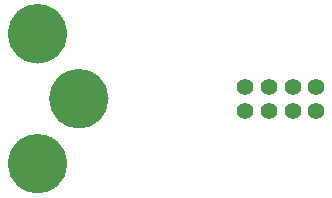
<source format=gbr>
%TF.GenerationSoftware,KiCad,Pcbnew,8.0.3*%
%TF.CreationDate,2024-07-01T09:22:30+07:00*%
%TF.ProjectId,WeatherStation,57656174-6865-4725-9374-6174696f6e2e,rev?*%
%TF.SameCoordinates,Original*%
%TF.FileFunction,Soldermask,Bot*%
%TF.FilePolarity,Negative*%
%FSLAX46Y46*%
G04 Gerber Fmt 4.6, Leading zero omitted, Abs format (unit mm)*
G04 Created by KiCad (PCBNEW 8.0.3) date 2024-07-01 09:22:30*
%MOMM*%
%LPD*%
G01*
G04 APERTURE LIST*
%ADD10C,2.505000*%
%ADD11C,1.400000*%
G04 APERTURE END LIST*
D10*
X195127500Y-108600000D02*
G75*
G02*
X192622500Y-108600000I-1252500J0D01*
G01*
X192622500Y-108600000D02*
G75*
G02*
X195127500Y-108600000I1252500J0D01*
G01*
X198627501Y-114100000D02*
G75*
G02*
X196122501Y-114100000I-1252500J0D01*
G01*
X196122501Y-114100000D02*
G75*
G02*
X198627501Y-114100000I1252500J0D01*
G01*
X195127501Y-119600000D02*
G75*
G02*
X192622501Y-119600000I-1252500J0D01*
G01*
X192622501Y-119600000D02*
G75*
G02*
X195127501Y-119600000I1252500J0D01*
G01*
D11*
%TO.C,J6*%
X217475001Y-113100001D03*
X217475001Y-115100001D03*
X215475001Y-113100001D03*
X215475001Y-115100001D03*
X213475001Y-113100001D03*
X213475001Y-115100001D03*
X211475001Y-113100001D03*
X211475001Y-115100001D03*
%TD*%
M02*

</source>
